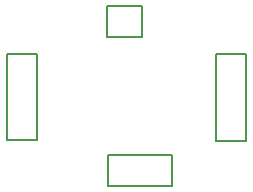
<source format=gbr>
%TF.GenerationSoftware,Altium Limited,Altium Designer,21.8.1 (53)*%
G04 Layer_Color=32768*
%FSLAX26Y26*%
%MOIN*%
%TF.SameCoordinates,2531CBD8-4BF0-4D0B-A877-44D4BE5F07E3*%
%TF.FilePolarity,Positive*%
%TF.FileFunction,Other,Bottom_3D_Body*%
%TF.Part,Single*%
G01*
G75*
%TA.AperFunction,NonConductor*%
%ADD25C,0.007874*%
D25*
X-55118Y-290748D02*
Y-185630D01*
X159843D01*
Y-290748D02*
Y-185630D01*
X-55118Y-290748D02*
X159843D01*
X-56496Y310433D02*
X58465D01*
X-56496Y205315D02*
Y310433D01*
Y205315D02*
X58465D01*
Y310433D01*
X-390551Y-138004D02*
X-290551D01*
X-390551D02*
Y150996D01*
X-290551D01*
Y-138004D02*
Y150996D01*
X306299Y-138594D02*
X406299D01*
X306299D02*
Y150405D01*
X406299D01*
Y-138594D02*
Y150405D01*
%TF.MD5,1f3829318794278a851048560f93d8e3*%
M02*

</source>
